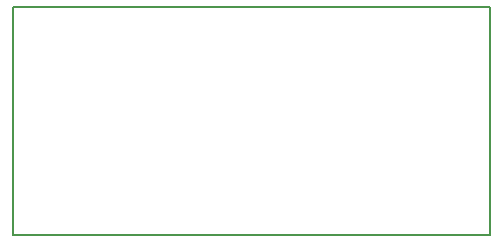
<source format=gbr>
%TF.GenerationSoftware,KiCad,Pcbnew,(7.0.0)*%
%TF.CreationDate,2023-03-20T08:36:17+01:00*%
%TF.ProjectId,milling-test,6d696c6c-696e-4672-9d74-6573742e6b69,rev?*%
%TF.SameCoordinates,Original*%
%TF.FileFunction,Profile,NP*%
%FSLAX46Y46*%
G04 Gerber Fmt 4.6, Leading zero omitted, Abs format (unit mm)*
G04 Created by KiCad (PCBNEW (7.0.0)) date 2023-03-20 08:36:17*
%MOMM*%
%LPD*%
G01*
G04 APERTURE LIST*
%TA.AperFunction,Profile*%
%ADD10C,0.200000*%
%TD*%
G04 APERTURE END LIST*
D10*
X59182000Y-29718000D02*
X99568000Y-29718000D01*
X99568000Y-29718000D02*
X99568000Y-49022000D01*
X99568000Y-49022000D02*
X59182000Y-49022000D01*
X59182000Y-49022000D02*
X59182000Y-29718000D01*
M02*

</source>
